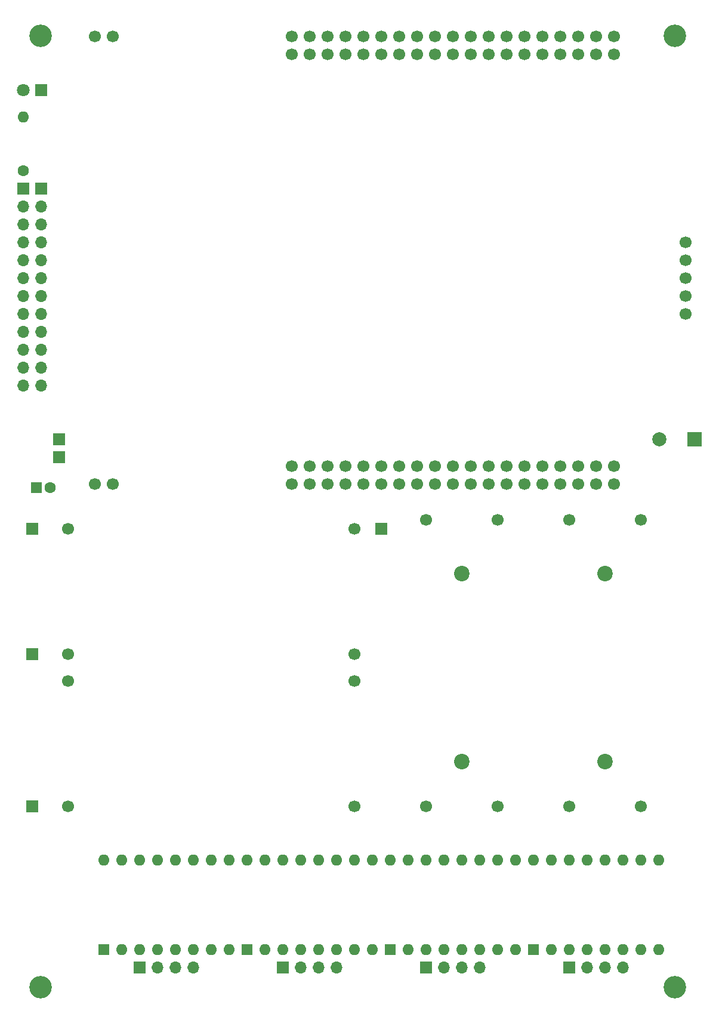
<source format=gbr>
%TF.GenerationSoftware,KiCad,Pcbnew,7.0.10*%
%TF.CreationDate,2024-04-17T18:33:27-04:00*%
%TF.ProjectId,ping_pong,70696e67-5f70-46f6-9e67-2e6b69636164,rev?*%
%TF.SameCoordinates,Original*%
%TF.FileFunction,Soldermask,Top*%
%TF.FilePolarity,Negative*%
%FSLAX46Y46*%
G04 Gerber Fmt 4.6, Leading zero omitted, Abs format (unit mm)*
G04 Created by KiCad (PCBNEW 7.0.10) date 2024-04-17 18:33:27*
%MOMM*%
%LPD*%
G01*
G04 APERTURE LIST*
%ADD10R,1.600000X1.600000*%
%ADD11C,1.600000*%
%ADD12R,2.000000X2.000000*%
%ADD13C,2.000000*%
%ADD14C,1.700000*%
%ADD15O,1.600000X1.600000*%
%ADD16R,1.700000X1.700000*%
%ADD17R,1.800000X1.800000*%
%ADD18C,1.800000*%
%ADD19C,3.200000*%
%ADD20C,2.200000*%
%ADD21O,1.700000X1.700000*%
G04 APERTURE END LIST*
D10*
%TO.C,C102*%
X4350000Y-69120000D03*
D11*
X6350000Y-69120000D03*
%TD*%
D12*
%TO.C,C101*%
X97790000Y-62230000D03*
D13*
X92790000Y-62230000D03*
%TD*%
D14*
%TO.C,U101*%
X8890000Y-74930000D03*
X8890000Y-92710000D03*
X49530000Y-74930000D03*
X49530000Y-92710000D03*
%TD*%
D10*
%TO.C,A102*%
X34290000Y-134620000D03*
D15*
X36830000Y-134620000D03*
X39370000Y-134620000D03*
X41910000Y-134620000D03*
X44450000Y-134620000D03*
X46990000Y-134620000D03*
X49530000Y-134620000D03*
X52070000Y-134620000D03*
X52070000Y-121920000D03*
X49530000Y-121920000D03*
X46990000Y-121920000D03*
X44450000Y-121920000D03*
X41910000Y-121920000D03*
X39370000Y-121920000D03*
X36830000Y-121920000D03*
X34290000Y-121920000D03*
%TD*%
D10*
%TO.C,A103*%
X54610000Y-134620000D03*
D15*
X57150000Y-134620000D03*
X59690000Y-134620000D03*
X62230000Y-134620000D03*
X64770000Y-134620000D03*
X67310000Y-134620000D03*
X69850000Y-134620000D03*
X72390000Y-134620000D03*
X72390000Y-121920000D03*
X69850000Y-121920000D03*
X67310000Y-121920000D03*
X64770000Y-121920000D03*
X62230000Y-121920000D03*
X59690000Y-121920000D03*
X57150000Y-121920000D03*
X54610000Y-121920000D03*
%TD*%
D16*
%TO.C,J106*%
X7620000Y-62230000D03*
%TD*%
D17*
%TO.C,D101*%
X5080000Y-12700000D03*
D18*
X2540000Y-12700000D03*
%TD*%
D19*
%TO.C,H103*%
X5000000Y-140000000D03*
%TD*%
D20*
%TO.C,U102*%
X64770000Y-107950000D03*
X64770000Y-81280000D03*
D14*
X69850000Y-114300000D03*
X59690000Y-114300000D03*
X69850000Y-73660000D03*
X59690000Y-73660000D03*
%TD*%
D16*
%TO.C,J115*%
X59690000Y-137170000D03*
D21*
X62230000Y-137170000D03*
X64770000Y-137170000D03*
X67310000Y-137170000D03*
%TD*%
D11*
%TO.C,R101*%
X2540000Y-24130000D03*
D15*
X2540000Y-16510000D03*
%TD*%
D10*
%TO.C,A101*%
X13970000Y-134620000D03*
D15*
X16510000Y-134620000D03*
X19050000Y-134620000D03*
X21590000Y-134620000D03*
X24130000Y-134620000D03*
X26670000Y-134620000D03*
X29210000Y-134620000D03*
X31750000Y-134620000D03*
X31750000Y-121920000D03*
X29210000Y-121920000D03*
X26670000Y-121920000D03*
X24130000Y-121920000D03*
X21590000Y-121920000D03*
X19050000Y-121920000D03*
X16510000Y-121920000D03*
X13970000Y-121920000D03*
%TD*%
D14*
%TO.C,U106*%
X8890000Y-96520000D03*
X8890000Y-114300000D03*
X49530000Y-96520000D03*
X49530000Y-114300000D03*
%TD*%
D16*
%TO.C,J119*%
X80010000Y-137170000D03*
D21*
X82550000Y-137170000D03*
X85090000Y-137170000D03*
X87630000Y-137170000D03*
%TD*%
D16*
%TO.C,J101*%
X7620000Y-64770000D03*
%TD*%
D14*
%TO.C,U107*%
X40640000Y-68580000D03*
X43180000Y-68580000D03*
X45720000Y-68580000D03*
X48260000Y-68580000D03*
X50800000Y-68580000D03*
X53340000Y-68580000D03*
X55880000Y-68580000D03*
X58420000Y-68580000D03*
X60960000Y-68580000D03*
X63500000Y-68580000D03*
X66040000Y-68580000D03*
X68580000Y-68580000D03*
X71120000Y-68580000D03*
X73660000Y-68580000D03*
X76200000Y-68580000D03*
X78740000Y-68580000D03*
X81280000Y-68580000D03*
X83820000Y-68580000D03*
X86360000Y-68580000D03*
X40640000Y-66040000D03*
X43180000Y-66040000D03*
X45720000Y-66040000D03*
X48260000Y-66040000D03*
X50800000Y-66040000D03*
X53340000Y-66040000D03*
X55880000Y-66040000D03*
X58420000Y-66040000D03*
X60960000Y-66040000D03*
X63500000Y-66040000D03*
X66040000Y-66040000D03*
X68580000Y-66040000D03*
X71120000Y-66040000D03*
X73660000Y-66040000D03*
X76200000Y-66040000D03*
X78740000Y-66040000D03*
X81280000Y-66040000D03*
X83820000Y-66040000D03*
X86360000Y-66040000D03*
X40640000Y-5080000D03*
X43180000Y-5080000D03*
X45720000Y-5080000D03*
X48260000Y-5080000D03*
X50800000Y-5080000D03*
X53340000Y-5080000D03*
X55880000Y-5080000D03*
X58420000Y-5080000D03*
X60960000Y-5080000D03*
X63500000Y-5080000D03*
X66040000Y-5080000D03*
X68580000Y-5080000D03*
X71120000Y-5080000D03*
X73660000Y-5080000D03*
X76200000Y-5080000D03*
X78740000Y-5080000D03*
X81280000Y-5080000D03*
X83820000Y-5080000D03*
X86360000Y-5080000D03*
X40640000Y-7620000D03*
X43180000Y-7620000D03*
X45720000Y-7620000D03*
X48260000Y-7620000D03*
X50800000Y-7620000D03*
X53340000Y-7620000D03*
X55880000Y-7620000D03*
X58420000Y-7620000D03*
X60960000Y-7620000D03*
X63500000Y-7620000D03*
X66040000Y-7620000D03*
X68580000Y-7620000D03*
X71120000Y-7620000D03*
X73660000Y-7620000D03*
X76200000Y-7620000D03*
X78740000Y-7620000D03*
X81280000Y-7620000D03*
X83820000Y-7620000D03*
X86360000Y-7620000D03*
X15240000Y-68580000D03*
X12700000Y-68580000D03*
X15240000Y-5080000D03*
X12700000Y-5080000D03*
%TD*%
D19*
%TO.C,H104*%
X95000000Y-140000000D03*
%TD*%
D20*
%TO.C,U103*%
X85090000Y-107950000D03*
X85090000Y-81280000D03*
D14*
X90170000Y-114300000D03*
X80010000Y-114300000D03*
X90170000Y-73660000D03*
X80010000Y-73660000D03*
%TD*%
D16*
%TO.C,J104*%
X19060000Y-137145000D03*
D21*
X21600000Y-137145000D03*
X24140000Y-137145000D03*
X26680000Y-137145000D03*
%TD*%
D16*
%TO.C,J130*%
X3810000Y-114300000D03*
%TD*%
%TO.C,J107*%
X5080000Y-26670000D03*
D21*
X5080000Y-29210000D03*
X5080000Y-31750000D03*
X5080000Y-34290000D03*
X5080000Y-36830000D03*
X5080000Y-39370000D03*
X5080000Y-41910000D03*
X5080000Y-44450000D03*
X5080000Y-46990000D03*
X5080000Y-49530000D03*
X5080000Y-52070000D03*
X5080000Y-54610000D03*
%TD*%
D19*
%TO.C,H101*%
X5000000Y-5000000D03*
%TD*%
D14*
%TO.C,U108*%
X96520000Y-44450000D03*
X96520000Y-41910000D03*
X96520000Y-39370000D03*
X96520000Y-36830000D03*
X96520000Y-34290000D03*
%TD*%
D16*
%TO.C,J111*%
X39370000Y-137170000D03*
D21*
X41910000Y-137170000D03*
X44450000Y-137170000D03*
X46990000Y-137170000D03*
%TD*%
D10*
%TO.C,A104*%
X74930000Y-134620000D03*
D15*
X77470000Y-134620000D03*
X80010000Y-134620000D03*
X82550000Y-134620000D03*
X85090000Y-134620000D03*
X87630000Y-134620000D03*
X90170000Y-134620000D03*
X92710000Y-134620000D03*
X92710000Y-121920000D03*
X90170000Y-121920000D03*
X87630000Y-121920000D03*
X85090000Y-121920000D03*
X82550000Y-121920000D03*
X80010000Y-121920000D03*
X77470000Y-121920000D03*
X74930000Y-121920000D03*
%TD*%
D16*
%TO.C,J103*%
X3810000Y-92710000D03*
%TD*%
%TO.C,J105*%
X2540000Y-26670000D03*
D21*
X2540000Y-29210000D03*
X2540000Y-31750000D03*
X2540000Y-34290000D03*
X2540000Y-36830000D03*
X2540000Y-39370000D03*
X2540000Y-41910000D03*
X2540000Y-44450000D03*
X2540000Y-46990000D03*
X2540000Y-49530000D03*
X2540000Y-52070000D03*
X2540000Y-54610000D03*
%TD*%
D16*
%TO.C,J120*%
X53340000Y-74930000D03*
%TD*%
%TO.C,J102*%
X3810000Y-74930000D03*
%TD*%
D19*
%TO.C,H102*%
X95000000Y-5000000D03*
%TD*%
M02*

</source>
